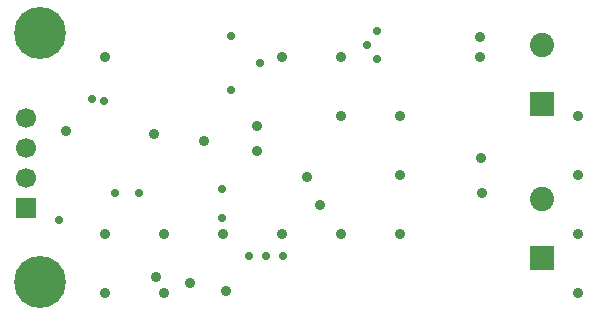
<source format=gbr>
G04*
G04 #@! TF.GenerationSoftware,Altium Limited,Altium Designer,24.0.1 (36)*
G04*
G04 Layer_Color=16711935*
%FSLAX44Y44*%
%MOMM*%
G71*
G04*
G04 #@! TF.SameCoordinates,47EEF6A6-A9A8-4354-BB7B-09A3034422A5*
G04*
G04*
G04 #@! TF.FilePolarity,Negative*
G04*
G01*
G75*
%ADD40C,1.7000*%
%ADD41R,1.7000X1.7000*%
%ADD42C,2.0500*%
%ADD43R,2.0500X2.0500*%
%ADD44C,0.7000*%
%ADD45C,0.9000*%
%ADD46C,4.4000*%
D40*
X783000Y948400D02*
D03*
Y923000D02*
D03*
Y897600D02*
D03*
D41*
Y872200D02*
D03*
D42*
X1220000Y880000D02*
D03*
Y1010000D02*
D03*
D43*
Y830000D02*
D03*
Y960000D02*
D03*
D44*
X838452Y964810D02*
D03*
X948970Y887983D02*
D03*
X956154Y1018236D02*
D03*
X980924Y994696D02*
D03*
X956506Y971938D02*
D03*
X811000Y862000D02*
D03*
X949000Y864000D02*
D03*
X972000Y832000D02*
D03*
X986000D02*
D03*
X1000977Y831682D02*
D03*
X1072000Y1010000D02*
D03*
X1080000Y1022000D02*
D03*
Y998000D02*
D03*
X849000Y963000D02*
D03*
X858500Y885000D02*
D03*
X878500D02*
D03*
D45*
X1167766Y1017080D02*
D03*
X891244Y935238D02*
D03*
X816711Y937783D02*
D03*
X1250000Y800000D02*
D03*
Y850000D02*
D03*
Y900000D02*
D03*
Y950000D02*
D03*
X900000Y850000D02*
D03*
X850000D02*
D03*
Y800000D02*
D03*
X900000D02*
D03*
X950000Y850000D02*
D03*
X1000000D02*
D03*
X1050000D02*
D03*
X1100000D02*
D03*
Y900000D02*
D03*
Y950000D02*
D03*
X1050000D02*
D03*
Y1000000D02*
D03*
X1000000D02*
D03*
X850000D02*
D03*
X892804Y814156D02*
D03*
X922069Y808382D02*
D03*
X952120Y801690D02*
D03*
X1167193Y1000463D02*
D03*
X1168307Y914510D02*
D03*
X1168661Y884627D02*
D03*
X1031496Y874836D02*
D03*
X1021158Y898199D02*
D03*
X978913Y941244D02*
D03*
X978817Y920314D02*
D03*
X933724Y928724D02*
D03*
D46*
X795000Y810000D02*
D03*
Y1020000D02*
D03*
M02*

</source>
